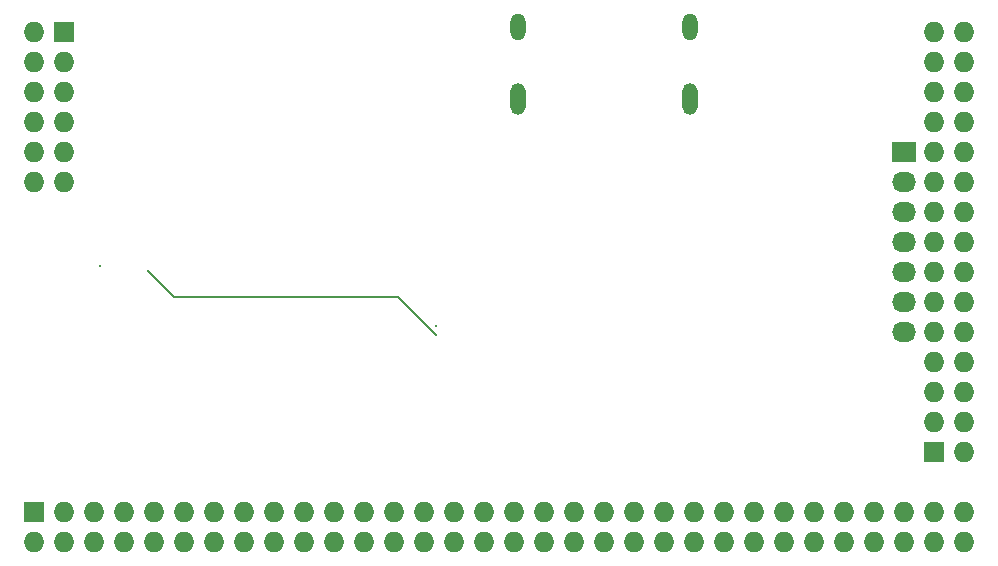
<source format=gbr>
G04 #@! TF.FileFunction,Copper,L3,Inr,Signal*
%FSLAX46Y46*%
G04 Gerber Fmt 4.6, Leading zero omitted, Abs format (unit mm)*
G04 Created by KiCad (PCBNEW 4.0.5+dfsg1-4) date Mon Mar 27 15:17:06 2017*
%MOMM*%
%LPD*%
G01*
G04 APERTURE LIST*
%ADD10C,0.100000*%
%ADD11R,1.727200X1.727200*%
%ADD12O,1.727200X1.727200*%
%ADD13R,2.032000X1.727200*%
%ADD14O,2.032000X1.727200*%
%ADD15O,1.300000X2.700000*%
%ADD16O,1.300000X2.300000*%
%ADD17C,0.330000*%
%ADD18C,0.200000*%
G04 APERTURE END LIST*
D10*
D11*
X96640000Y-104600000D03*
D12*
X96640000Y-107140000D03*
X99180000Y-104600000D03*
X99180000Y-107140000D03*
X101720000Y-104600000D03*
X101720000Y-107140000D03*
X104260000Y-104600000D03*
X104260000Y-107140000D03*
X106800000Y-104600000D03*
X106800000Y-107140000D03*
X109340000Y-104600000D03*
X109340000Y-107140000D03*
X111880000Y-104600000D03*
X111880000Y-107140000D03*
X114420000Y-104600000D03*
X114420000Y-107140000D03*
X116960000Y-104600000D03*
X116960000Y-107140000D03*
X119500000Y-104600000D03*
X119500000Y-107140000D03*
X122040000Y-104600000D03*
X122040000Y-107140000D03*
X124580000Y-104600000D03*
X124580000Y-107140000D03*
X127120000Y-104600000D03*
X127120000Y-107140000D03*
X129660000Y-104600000D03*
X129660000Y-107140000D03*
X132200000Y-104600000D03*
X132200000Y-107140000D03*
X134740000Y-104600000D03*
X134740000Y-107140000D03*
X137280000Y-104600000D03*
X137280000Y-107140000D03*
X139820000Y-104600000D03*
X139820000Y-107140000D03*
X142360000Y-104600000D03*
X142360000Y-107140000D03*
X144900000Y-104600000D03*
X144900000Y-107140000D03*
X147440000Y-104600000D03*
X147440000Y-107140000D03*
X149980000Y-104600000D03*
X149980000Y-107140000D03*
X152520000Y-104600000D03*
X152520000Y-107140000D03*
X155060000Y-104600000D03*
X155060000Y-107140000D03*
X157600000Y-104600000D03*
X157600000Y-107140000D03*
X160140000Y-104600000D03*
X160140000Y-107140000D03*
X162680000Y-104600000D03*
X162680000Y-107140000D03*
X165220000Y-104600000D03*
X165220000Y-107140000D03*
X167760000Y-104600000D03*
X167760000Y-107140000D03*
X170300000Y-104600000D03*
X170300000Y-107140000D03*
X172840000Y-104600000D03*
X172840000Y-107140000D03*
X175380000Y-104600000D03*
X175380000Y-107140000D03*
D11*
X172840000Y-99520000D03*
D12*
X175380000Y-99520000D03*
X172840000Y-96980000D03*
X175380000Y-96980000D03*
X172840000Y-94440000D03*
X175380000Y-94440000D03*
X172840000Y-91900000D03*
X175380000Y-91900000D03*
X172840000Y-89360000D03*
X175380000Y-89360000D03*
X172840000Y-86820000D03*
X175380000Y-86820000D03*
X172840000Y-84280000D03*
X175380000Y-84280000D03*
X172840000Y-81740000D03*
X175380000Y-81740000D03*
X172840000Y-79200000D03*
X175380000Y-79200000D03*
X172840000Y-76660000D03*
X175380000Y-76660000D03*
X172840000Y-74120000D03*
X175380000Y-74120000D03*
X172840000Y-71580000D03*
X175380000Y-71580000D03*
X172840000Y-69040000D03*
X175380000Y-69040000D03*
X172840000Y-66500000D03*
X175380000Y-66500000D03*
X172840000Y-63960000D03*
X175380000Y-63960000D03*
D11*
X99180000Y-63960000D03*
D12*
X96640000Y-63960000D03*
X99180000Y-66500000D03*
X96640000Y-66500000D03*
X99180000Y-69040000D03*
X96640000Y-69040000D03*
X99180000Y-71580000D03*
X96640000Y-71580000D03*
X99180000Y-74120000D03*
X96640000Y-74120000D03*
X99180000Y-76660000D03*
X96640000Y-76660000D03*
D13*
X170300000Y-74120000D03*
D14*
X170300000Y-76660000D03*
X170300000Y-79200000D03*
X170300000Y-81740000D03*
X170300000Y-84280000D03*
X170300000Y-86820000D03*
X170300000Y-89360000D03*
D15*
X137600000Y-69576000D03*
X152200000Y-69576000D03*
D16*
X152200000Y-63526000D03*
X137600000Y-63526000D03*
D17*
X102260000Y-83780000D03*
X130680000Y-88800000D03*
X106260000Y-84180000D03*
X130680000Y-89600000D03*
D18*
X106260000Y-84180000D02*
X108460000Y-86380000D01*
X108460000Y-86380000D02*
X127460000Y-86380000D01*
X127460000Y-86380000D02*
X130680000Y-89600000D01*
M02*

</source>
